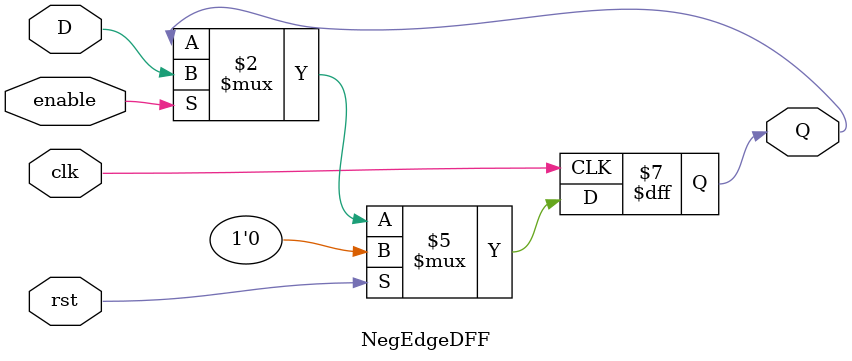
<source format=v>
module NegEdgeDFF
(
input clk, rst, D, enable,
output reg Q
);
	always @ (negedge clk)
	begin
		if(rst)
			Q <= 'b0;
		else if (enable)
			Q <= D;
	end
endmodule
</source>
